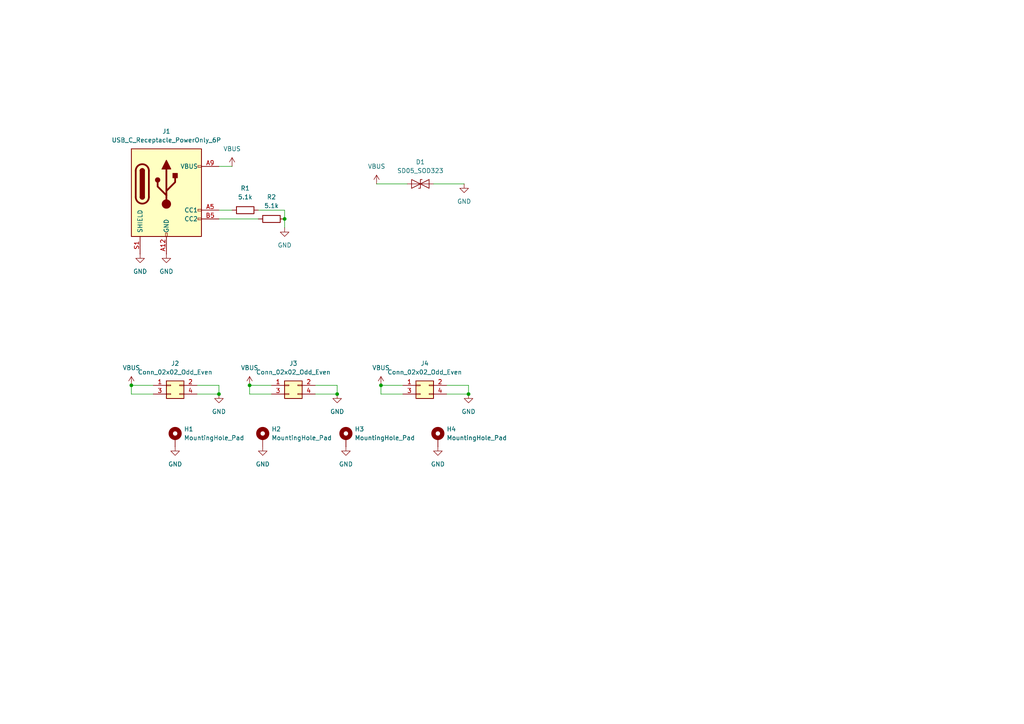
<source format=kicad_sch>
(kicad_sch
	(version 20231120)
	(generator "eeschema")
	(generator_version "8.0")
	(uuid "35eefc8d-56a9-4266-897a-3af3cf4ccecc")
	(paper "A4")
	(lib_symbols
		(symbol "Connector:USB_C_Receptacle_PowerOnly_6P"
			(pin_names
				(offset 1.016)
			)
			(exclude_from_sim no)
			(in_bom yes)
			(on_board yes)
			(property "Reference" "J"
				(at 0 16.51 0)
				(effects
					(font
						(size 1.27 1.27)
					)
					(justify bottom)
				)
			)
			(property "Value" "USB_C_Receptacle_PowerOnly_6P"
				(at 0 13.97 0)
				(effects
					(font
						(size 1.27 1.27)
					)
					(justify bottom)
				)
			)
			(property "Footprint" ""
				(at 3.81 2.54 0)
				(effects
					(font
						(size 1.27 1.27)
					)
					(hide yes)
				)
			)
			(property "Datasheet" "https://www.usb.org/sites/default/files/documents/usb_type-c.zip"
				(at 0 0 0)
				(effects
					(font
						(size 1.27 1.27)
					)
					(hide yes)
				)
			)
			(property "Description" "USB Power-Only 6P Type-C Receptacle connector"
				(at 0 0 0)
				(effects
					(font
						(size 1.27 1.27)
					)
					(hide yes)
				)
			)
			(property "ki_keywords" "usb universal serial bus type-C power-only charging-only 6P 6C"
				(at 0 0 0)
				(effects
					(font
						(size 1.27 1.27)
					)
					(hide yes)
				)
			)
			(property "ki_fp_filters" "USB*C*Receptacle*"
				(at 0 0 0)
				(effects
					(font
						(size 1.27 1.27)
					)
					(hide yes)
				)
			)
			(symbol "USB_C_Receptacle_PowerOnly_6P_0_0"
				(rectangle
					(start -0.254 -12.7)
					(end 0.254 -11.684)
					(stroke
						(width 0)
						(type default)
					)
					(fill
						(type none)
					)
				)
				(rectangle
					(start 10.16 -7.366)
					(end 9.144 -7.874)
					(stroke
						(width 0)
						(type default)
					)
					(fill
						(type none)
					)
				)
				(rectangle
					(start 10.16 -4.826)
					(end 9.144 -5.334)
					(stroke
						(width 0)
						(type default)
					)
					(fill
						(type none)
					)
				)
				(rectangle
					(start 10.16 7.874)
					(end 9.144 7.366)
					(stroke
						(width 0)
						(type default)
					)
					(fill
						(type none)
					)
				)
			)
			(symbol "USB_C_Receptacle_PowerOnly_6P_0_1"
				(rectangle
					(start -10.16 12.7)
					(end 10.16 -12.7)
					(stroke
						(width 0.254)
						(type default)
					)
					(fill
						(type background)
					)
				)
				(arc
					(start -8.89 -1.27)
					(mid -6.985 -3.1667)
					(end -5.08 -1.27)
					(stroke
						(width 0.508)
						(type default)
					)
					(fill
						(type none)
					)
				)
				(arc
					(start -7.62 -1.27)
					(mid -6.985 -1.9023)
					(end -6.35 -1.27)
					(stroke
						(width 0.254)
						(type default)
					)
					(fill
						(type none)
					)
				)
				(arc
					(start -7.62 -1.27)
					(mid -6.985 -1.9023)
					(end -6.35 -1.27)
					(stroke
						(width 0.254)
						(type default)
					)
					(fill
						(type outline)
					)
				)
				(rectangle
					(start -7.62 -1.27)
					(end -6.35 6.35)
					(stroke
						(width 0.254)
						(type default)
					)
					(fill
						(type outline)
					)
				)
				(arc
					(start -6.35 6.35)
					(mid -6.985 6.9823)
					(end -7.62 6.35)
					(stroke
						(width 0.254)
						(type default)
					)
					(fill
						(type none)
					)
				)
				(arc
					(start -6.35 6.35)
					(mid -6.985 6.9823)
					(end -7.62 6.35)
					(stroke
						(width 0.254)
						(type default)
					)
					(fill
						(type outline)
					)
				)
				(arc
					(start -5.08 6.35)
					(mid -6.985 8.2467)
					(end -8.89 6.35)
					(stroke
						(width 0.508)
						(type default)
					)
					(fill
						(type none)
					)
				)
				(circle
					(center -2.54 3.683)
					(radius 0.635)
					(stroke
						(width 0.254)
						(type default)
					)
					(fill
						(type outline)
					)
				)
				(circle
					(center 0 -3.302)
					(radius 1.27)
					(stroke
						(width 0)
						(type default)
					)
					(fill
						(type outline)
					)
				)
				(polyline
					(pts
						(xy -8.89 -1.27) (xy -8.89 6.35)
					)
					(stroke
						(width 0.508)
						(type default)
					)
					(fill
						(type none)
					)
				)
				(polyline
					(pts
						(xy -5.08 6.35) (xy -5.08 -1.27)
					)
					(stroke
						(width 0.508)
						(type default)
					)
					(fill
						(type none)
					)
				)
				(polyline
					(pts
						(xy 0 -3.302) (xy 0 6.858)
					)
					(stroke
						(width 0.508)
						(type default)
					)
					(fill
						(type none)
					)
				)
				(polyline
					(pts
						(xy 0 -0.762) (xy -2.54 1.778) (xy -2.54 3.048)
					)
					(stroke
						(width 0.508)
						(type default)
					)
					(fill
						(type none)
					)
				)
				(polyline
					(pts
						(xy 0 0.508) (xy 2.54 3.048) (xy 2.54 4.318)
					)
					(stroke
						(width 0.508)
						(type default)
					)
					(fill
						(type none)
					)
				)
				(polyline
					(pts
						(xy -1.27 6.858) (xy 0 9.398) (xy 1.27 6.858) (xy -1.27 6.858)
					)
					(stroke
						(width 0.254)
						(type default)
					)
					(fill
						(type outline)
					)
				)
				(rectangle
					(start 1.905 4.318)
					(end 3.175 5.588)
					(stroke
						(width 0.254)
						(type default)
					)
					(fill
						(type outline)
					)
				)
			)
			(symbol "USB_C_Receptacle_PowerOnly_6P_1_1"
				(pin passive line
					(at 0 -17.78 90)
					(length 5.08)
					(name "GND"
						(effects
							(font
								(size 1.27 1.27)
							)
						)
					)
					(number "A12"
						(effects
							(font
								(size 1.27 1.27)
							)
						)
					)
				)
				(pin bidirectional line
					(at 15.24 -5.08 180)
					(length 5.08)
					(name "CC1"
						(effects
							(font
								(size 1.27 1.27)
							)
						)
					)
					(number "A5"
						(effects
							(font
								(size 1.27 1.27)
							)
						)
					)
				)
				(pin passive line
					(at 15.24 7.62 180)
					(length 5.08)
					(name "VBUS"
						(effects
							(font
								(size 1.27 1.27)
							)
						)
					)
					(number "A9"
						(effects
							(font
								(size 1.27 1.27)
							)
						)
					)
				)
				(pin passive line
					(at 0 -17.78 90)
					(length 5.08) hide
					(name "GND"
						(effects
							(font
								(size 1.27 1.27)
							)
						)
					)
					(number "B12"
						(effects
							(font
								(size 1.27 1.27)
							)
						)
					)
				)
				(pin bidirectional line
					(at 15.24 -7.62 180)
					(length 5.08)
					(name "CC2"
						(effects
							(font
								(size 1.27 1.27)
							)
						)
					)
					(number "B5"
						(effects
							(font
								(size 1.27 1.27)
							)
						)
					)
				)
				(pin passive line
					(at 15.24 7.62 180)
					(length 5.08) hide
					(name "VBUS"
						(effects
							(font
								(size 1.27 1.27)
							)
						)
					)
					(number "B9"
						(effects
							(font
								(size 1.27 1.27)
							)
						)
					)
				)
				(pin passive line
					(at -7.62 -17.78 90)
					(length 5.08)
					(name "SHIELD"
						(effects
							(font
								(size 1.27 1.27)
							)
						)
					)
					(number "S1"
						(effects
							(font
								(size 1.27 1.27)
							)
						)
					)
				)
			)
		)
		(symbol "Connector_Generic:Conn_02x02_Odd_Even"
			(pin_names
				(offset 1.016) hide)
			(exclude_from_sim no)
			(in_bom yes)
			(on_board yes)
			(property "Reference" "J"
				(at 1.27 2.54 0)
				(effects
					(font
						(size 1.27 1.27)
					)
				)
			)
			(property "Value" "Conn_02x02_Odd_Even"
				(at 1.27 -5.08 0)
				(effects
					(font
						(size 1.27 1.27)
					)
				)
			)
			(property "Footprint" ""
				(at 0 0 0)
				(effects
					(font
						(size 1.27 1.27)
					)
					(hide yes)
				)
			)
			(property "Datasheet" "~"
				(at 0 0 0)
				(effects
					(font
						(size 1.27 1.27)
					)
					(hide yes)
				)
			)
			(property "Description" "Generic connector, double row, 02x02, odd/even pin numbering scheme (row 1 odd numbers, row 2 even numbers), script generated (kicad-library-utils/schlib/autogen/connector/)"
				(at 0 0 0)
				(effects
					(font
						(size 1.27 1.27)
					)
					(hide yes)
				)
			)
			(property "ki_keywords" "connector"
				(at 0 0 0)
				(effects
					(font
						(size 1.27 1.27)
					)
					(hide yes)
				)
			)
			(property "ki_fp_filters" "Connector*:*_2x??_*"
				(at 0 0 0)
				(effects
					(font
						(size 1.27 1.27)
					)
					(hide yes)
				)
			)
			(symbol "Conn_02x02_Odd_Even_1_1"
				(rectangle
					(start -1.27 -2.413)
					(end 0 -2.667)
					(stroke
						(width 0.1524)
						(type default)
					)
					(fill
						(type none)
					)
				)
				(rectangle
					(start -1.27 0.127)
					(end 0 -0.127)
					(stroke
						(width 0.1524)
						(type default)
					)
					(fill
						(type none)
					)
				)
				(rectangle
					(start -1.27 1.27)
					(end 3.81 -3.81)
					(stroke
						(width 0.254)
						(type default)
					)
					(fill
						(type background)
					)
				)
				(rectangle
					(start 3.81 -2.413)
					(end 2.54 -2.667)
					(stroke
						(width 0.1524)
						(type default)
					)
					(fill
						(type none)
					)
				)
				(rectangle
					(start 3.81 0.127)
					(end 2.54 -0.127)
					(stroke
						(width 0.1524)
						(type default)
					)
					(fill
						(type none)
					)
				)
				(pin passive line
					(at -5.08 0 0)
					(length 3.81)
					(name "Pin_1"
						(effects
							(font
								(size 1.27 1.27)
							)
						)
					)
					(number "1"
						(effects
							(font
								(size 1.27 1.27)
							)
						)
					)
				)
				(pin passive line
					(at 7.62 0 180)
					(length 3.81)
					(name "Pin_2"
						(effects
							(font
								(size 1.27 1.27)
							)
						)
					)
					(number "2"
						(effects
							(font
								(size 1.27 1.27)
							)
						)
					)
				)
				(pin passive line
					(at -5.08 -2.54 0)
					(length 3.81)
					(name "Pin_3"
						(effects
							(font
								(size 1.27 1.27)
							)
						)
					)
					(number "3"
						(effects
							(font
								(size 1.27 1.27)
							)
						)
					)
				)
				(pin passive line
					(at 7.62 -2.54 180)
					(length 3.81)
					(name "Pin_4"
						(effects
							(font
								(size 1.27 1.27)
							)
						)
					)
					(number "4"
						(effects
							(font
								(size 1.27 1.27)
							)
						)
					)
				)
			)
		)
		(symbol "Device:R"
			(pin_numbers hide)
			(pin_names
				(offset 0)
			)
			(exclude_from_sim no)
			(in_bom yes)
			(on_board yes)
			(property "Reference" "R"
				(at 2.032 0 90)
				(effects
					(font
						(size 1.27 1.27)
					)
				)
			)
			(property "Value" "R"
				(at 0 0 90)
				(effects
					(font
						(size 1.27 1.27)
					)
				)
			)
			(property "Footprint" ""
				(at -1.778 0 90)
				(effects
					(font
						(size 1.27 1.27)
					)
					(hide yes)
				)
			)
			(property "Datasheet" "~"
				(at 0 0 0)
				(effects
					(font
						(size 1.27 1.27)
					)
					(hide yes)
				)
			)
			(property "Description" "Resistor"
				(at 0 0 0)
				(effects
					(font
						(size 1.27 1.27)
					)
					(hide yes)
				)
			)
			(property "ki_keywords" "R res resistor"
				(at 0 0 0)
				(effects
					(font
						(size 1.27 1.27)
					)
					(hide yes)
				)
			)
			(property "ki_fp_filters" "R_*"
				(at 0 0 0)
				(effects
					(font
						(size 1.27 1.27)
					)
					(hide yes)
				)
			)
			(symbol "R_0_1"
				(rectangle
					(start -1.016 -2.54)
					(end 1.016 2.54)
					(stroke
						(width 0.254)
						(type default)
					)
					(fill
						(type none)
					)
				)
			)
			(symbol "R_1_1"
				(pin passive line
					(at 0 3.81 270)
					(length 1.27)
					(name "~"
						(effects
							(font
								(size 1.27 1.27)
							)
						)
					)
					(number "1"
						(effects
							(font
								(size 1.27 1.27)
							)
						)
					)
				)
				(pin passive line
					(at 0 -3.81 90)
					(length 1.27)
					(name "~"
						(effects
							(font
								(size 1.27 1.27)
							)
						)
					)
					(number "2"
						(effects
							(font
								(size 1.27 1.27)
							)
						)
					)
				)
			)
		)
		(symbol "Diode:SD05_SOD323"
			(pin_numbers hide)
			(pin_names
				(offset 1.016) hide)
			(exclude_from_sim no)
			(in_bom yes)
			(on_board yes)
			(property "Reference" "D"
				(at 0 2.54 0)
				(effects
					(font
						(size 1.27 1.27)
					)
				)
			)
			(property "Value" "SD05_SOD323"
				(at 0 -2.54 0)
				(effects
					(font
						(size 1.27 1.27)
					)
				)
			)
			(property "Footprint" "Diode_SMD:D_SOD-323"
				(at 0 -5.08 0)
				(effects
					(font
						(size 1.27 1.27)
					)
					(hide yes)
				)
			)
			(property "Datasheet" "https://www.littelfuse.com/~/media/electronics/datasheets/tvs_diode_arrays/littelfuse_tvs_diode_array_sd_c_datasheet.pdf.pdf"
				(at 0 0 0)
				(effects
					(font
						(size 1.27 1.27)
					)
					(hide yes)
				)
			)
			(property "Description" "5V, 450W Discrete Bidirectional TVS Diode, SOD-323"
				(at 0 0 0)
				(effects
					(font
						(size 1.27 1.27)
					)
					(hide yes)
				)
			)
			(property "ki_keywords" "transient voltage suppressor thyrector transil"
				(at 0 0 0)
				(effects
					(font
						(size 1.27 1.27)
					)
					(hide yes)
				)
			)
			(property "ki_fp_filters" "D?SOD?323*"
				(at 0 0 0)
				(effects
					(font
						(size 1.27 1.27)
					)
					(hide yes)
				)
			)
			(symbol "SD05_SOD323_0_1"
				(polyline
					(pts
						(xy 1.27 0) (xy -1.27 0)
					)
					(stroke
						(width 0)
						(type default)
					)
					(fill
						(type none)
					)
				)
				(polyline
					(pts
						(xy -2.54 -1.27) (xy 0 0) (xy -2.54 1.27) (xy -2.54 -1.27)
					)
					(stroke
						(width 0.2032)
						(type default)
					)
					(fill
						(type none)
					)
				)
				(polyline
					(pts
						(xy 0.508 1.27) (xy 0 1.27) (xy 0 -1.27) (xy -0.508 -1.27)
					)
					(stroke
						(width 0.2032)
						(type default)
					)
					(fill
						(type none)
					)
				)
				(polyline
					(pts
						(xy 2.54 1.27) (xy 2.54 -1.27) (xy 0 0) (xy 2.54 1.27)
					)
					(stroke
						(width 0.2032)
						(type default)
					)
					(fill
						(type none)
					)
				)
			)
			(symbol "SD05_SOD323_1_1"
				(pin passive line
					(at -3.81 0 0)
					(length 2.54)
					(name "A1"
						(effects
							(font
								(size 1.27 1.27)
							)
						)
					)
					(number "1"
						(effects
							(font
								(size 1.27 1.27)
							)
						)
					)
				)
				(pin passive line
					(at 3.81 0 180)
					(length 2.54)
					(name "A2"
						(effects
							(font
								(size 1.27 1.27)
							)
						)
					)
					(number "2"
						(effects
							(font
								(size 1.27 1.27)
							)
						)
					)
				)
			)
		)
		(symbol "Mechanical:MountingHole_Pad"
			(pin_numbers hide)
			(pin_names
				(offset 1.016) hide)
			(exclude_from_sim yes)
			(in_bom no)
			(on_board yes)
			(property "Reference" "H"
				(at 0 6.35 0)
				(effects
					(font
						(size 1.27 1.27)
					)
				)
			)
			(property "Value" "MountingHole_Pad"
				(at 0 4.445 0)
				(effects
					(font
						(size 1.27 1.27)
					)
				)
			)
			(property "Footprint" ""
				(at 0 0 0)
				(effects
					(font
						(size 1.27 1.27)
					)
					(hide yes)
				)
			)
			(property "Datasheet" "~"
				(at 0 0 0)
				(effects
					(font
						(size 1.27 1.27)
					)
					(hide yes)
				)
			)
			(property "Description" "Mounting Hole with connection"
				(at 0 0 0)
				(effects
					(font
						(size 1.27 1.27)
					)
					(hide yes)
				)
			)
			(property "ki_keywords" "mounting hole"
				(at 0 0 0)
				(effects
					(font
						(size 1.27 1.27)
					)
					(hide yes)
				)
			)
			(property "ki_fp_filters" "MountingHole*Pad*"
				(at 0 0 0)
				(effects
					(font
						(size 1.27 1.27)
					)
					(hide yes)
				)
			)
			(symbol "MountingHole_Pad_0_1"
				(circle
					(center 0 1.27)
					(radius 1.27)
					(stroke
						(width 1.27)
						(type default)
					)
					(fill
						(type none)
					)
				)
			)
			(symbol "MountingHole_Pad_1_1"
				(pin input line
					(at 0 -2.54 90)
					(length 2.54)
					(name "1"
						(effects
							(font
								(size 1.27 1.27)
							)
						)
					)
					(number "1"
						(effects
							(font
								(size 1.27 1.27)
							)
						)
					)
				)
			)
		)
		(symbol "power:GND"
			(power)
			(pin_numbers hide)
			(pin_names
				(offset 0) hide)
			(exclude_from_sim no)
			(in_bom yes)
			(on_board yes)
			(property "Reference" "#PWR"
				(at 0 -6.35 0)
				(effects
					(font
						(size 1.27 1.27)
					)
					(hide yes)
				)
			)
			(property "Value" "GND"
				(at 0 -3.81 0)
				(effects
					(font
						(size 1.27 1.27)
					)
				)
			)
			(property "Footprint" ""
				(at 0 0 0)
				(effects
					(font
						(size 1.27 1.27)
					)
					(hide yes)
				)
			)
			(property "Datasheet" ""
				(at 0 0 0)
				(effects
					(font
						(size 1.27 1.27)
					)
					(hide yes)
				)
			)
			(property "Description" "Power symbol creates a global label with name \"GND\" , ground"
				(at 0 0 0)
				(effects
					(font
						(size 1.27 1.27)
					)
					(hide yes)
				)
			)
			(property "ki_keywords" "global power"
				(at 0 0 0)
				(effects
					(font
						(size 1.27 1.27)
					)
					(hide yes)
				)
			)
			(symbol "GND_0_1"
				(polyline
					(pts
						(xy 0 0) (xy 0 -1.27) (xy 1.27 -1.27) (xy 0 -2.54) (xy -1.27 -1.27) (xy 0 -1.27)
					)
					(stroke
						(width 0)
						(type default)
					)
					(fill
						(type none)
					)
				)
			)
			(symbol "GND_1_1"
				(pin power_in line
					(at 0 0 270)
					(length 0)
					(name "~"
						(effects
							(font
								(size 1.27 1.27)
							)
						)
					)
					(number "1"
						(effects
							(font
								(size 1.27 1.27)
							)
						)
					)
				)
			)
		)
		(symbol "power:VBUS"
			(power)
			(pin_numbers hide)
			(pin_names
				(offset 0) hide)
			(exclude_from_sim no)
			(in_bom yes)
			(on_board yes)
			(property "Reference" "#PWR"
				(at 0 -3.81 0)
				(effects
					(font
						(size 1.27 1.27)
					)
					(hide yes)
				)
			)
			(property "Value" "VBUS"
				(at 0 3.556 0)
				(effects
					(font
						(size 1.27 1.27)
					)
				)
			)
			(property "Footprint" ""
				(at 0 0 0)
				(effects
					(font
						(size 1.27 1.27)
					)
					(hide yes)
				)
			)
			(property "Datasheet" ""
				(at 0 0 0)
				(effects
					(font
						(size 1.27 1.27)
					)
					(hide yes)
				)
			)
			(property "Description" "Power symbol creates a global label with name \"VBUS\""
				(at 0 0 0)
				(effects
					(font
						(size 1.27 1.27)
					)
					(hide yes)
				)
			)
			(property "ki_keywords" "global power"
				(at 0 0 0)
				(effects
					(font
						(size 1.27 1.27)
					)
					(hide yes)
				)
			)
			(symbol "VBUS_0_1"
				(polyline
					(pts
						(xy -0.762 1.27) (xy 0 2.54)
					)
					(stroke
						(width 0)
						(type default)
					)
					(fill
						(type none)
					)
				)
				(polyline
					(pts
						(xy 0 0) (xy 0 2.54)
					)
					(stroke
						(width 0)
						(type default)
					)
					(fill
						(type none)
					)
				)
				(polyline
					(pts
						(xy 0 2.54) (xy 0.762 1.27)
					)
					(stroke
						(width 0)
						(type default)
					)
					(fill
						(type none)
					)
				)
			)
			(symbol "VBUS_1_1"
				(pin power_in line
					(at 0 0 90)
					(length 0)
					(name "~"
						(effects
							(font
								(size 1.27 1.27)
							)
						)
					)
					(number "1"
						(effects
							(font
								(size 1.27 1.27)
							)
						)
					)
				)
			)
		)
	)
	(junction
		(at 97.79 114.3)
		(diameter 0)
		(color 0 0 0 0)
		(uuid "15ac7945-dc09-42b0-a719-463bd1c6c7bc")
	)
	(junction
		(at 135.89 114.3)
		(diameter 0)
		(color 0 0 0 0)
		(uuid "1e702a73-fa47-4cd1-b8e3-1938b9d11f76")
	)
	(junction
		(at 72.39 111.76)
		(diameter 0)
		(color 0 0 0 0)
		(uuid "8884463d-03d0-4761-9278-a7fe727b020d")
	)
	(junction
		(at 110.49 111.76)
		(diameter 0)
		(color 0 0 0 0)
		(uuid "ccda7b5e-609f-44f8-a58b-7050edeb51a0")
	)
	(junction
		(at 63.5 114.3)
		(diameter 0)
		(color 0 0 0 0)
		(uuid "d5e02b02-b796-4dc1-b362-5f1db6d249d4")
	)
	(junction
		(at 38.1 111.76)
		(diameter 0)
		(color 0 0 0 0)
		(uuid "e4d3e165-25b1-4fe9-bd51-e2c1ae124ab5")
	)
	(junction
		(at 82.55 63.5)
		(diameter 0)
		(color 0 0 0 0)
		(uuid "eb876b82-2788-4a09-aeb9-a2387291694f")
	)
	(wire
		(pts
			(xy 72.39 114.3) (xy 72.39 111.76)
		)
		(stroke
			(width 0)
			(type default)
		)
		(uuid "06686267-8676-4209-b6ae-9723eaa669b1")
	)
	(wire
		(pts
			(xy 72.39 111.76) (xy 78.74 111.76)
		)
		(stroke
			(width 0)
			(type default)
		)
		(uuid "1babc051-a62c-4ab2-af9d-2c619ce14fb4")
	)
	(wire
		(pts
			(xy 116.84 114.3) (xy 110.49 114.3)
		)
		(stroke
			(width 0)
			(type default)
		)
		(uuid "20e6de51-2b21-4e2d-a257-3f310e58d1b8")
	)
	(wire
		(pts
			(xy 38.1 111.76) (xy 44.45 111.76)
		)
		(stroke
			(width 0)
			(type default)
		)
		(uuid "248499cf-d677-4f31-a222-34ee729d2538")
	)
	(wire
		(pts
			(xy 74.93 60.96) (xy 82.55 60.96)
		)
		(stroke
			(width 0)
			(type default)
		)
		(uuid "32756fa3-ea45-4f88-a59a-dc07b75cd1a6")
	)
	(wire
		(pts
			(xy 38.1 114.3) (xy 38.1 111.76)
		)
		(stroke
			(width 0)
			(type default)
		)
		(uuid "41e551d6-614e-483a-b5b0-d05cdc676cc4")
	)
	(wire
		(pts
			(xy 82.55 63.5) (xy 82.55 66.04)
		)
		(stroke
			(width 0)
			(type default)
		)
		(uuid "489c6daf-f452-4811-b25d-7ead668f7a14")
	)
	(wire
		(pts
			(xy 125.73 53.34) (xy 134.62 53.34)
		)
		(stroke
			(width 0)
			(type default)
		)
		(uuid "4fde98af-bcd2-4315-b611-6c616084e620")
	)
	(wire
		(pts
			(xy 57.15 111.76) (xy 63.5 111.76)
		)
		(stroke
			(width 0)
			(type default)
		)
		(uuid "5d6eb3ee-3fc6-4300-8b78-8782012ea16e")
	)
	(wire
		(pts
			(xy 109.22 53.34) (xy 118.11 53.34)
		)
		(stroke
			(width 0)
			(type default)
		)
		(uuid "8f6d2918-fb7d-40ab-b6e8-f71f71cdd50d")
	)
	(wire
		(pts
			(xy 78.74 114.3) (xy 72.39 114.3)
		)
		(stroke
			(width 0)
			(type default)
		)
		(uuid "9022ed5d-3cc6-409d-b83a-b60b09b8cb1c")
	)
	(wire
		(pts
			(xy 110.49 114.3) (xy 110.49 111.76)
		)
		(stroke
			(width 0)
			(type default)
		)
		(uuid "955c503e-b77a-4ffe-8bf2-fa541bd654cc")
	)
	(wire
		(pts
			(xy 44.45 114.3) (xy 38.1 114.3)
		)
		(stroke
			(width 0)
			(type default)
		)
		(uuid "9b1d4017-0453-4d67-a7a5-6b13735801ab")
	)
	(wire
		(pts
			(xy 63.5 111.76) (xy 63.5 114.3)
		)
		(stroke
			(width 0)
			(type default)
		)
		(uuid "9dab21c3-2b7a-476a-ade2-a486db487d4d")
	)
	(wire
		(pts
			(xy 135.89 111.76) (xy 135.89 114.3)
		)
		(stroke
			(width 0)
			(type default)
		)
		(uuid "a0055640-346b-45a8-94dd-c95e7c878f41")
	)
	(wire
		(pts
			(xy 97.79 111.76) (xy 97.79 114.3)
		)
		(stroke
			(width 0)
			(type default)
		)
		(uuid "a153ee11-7679-4f15-8b0f-cb7788217577")
	)
	(wire
		(pts
			(xy 63.5 60.96) (xy 67.31 60.96)
		)
		(stroke
			(width 0)
			(type default)
		)
		(uuid "a27cd194-e1d9-4c4b-95ac-eb6cb7811f90")
	)
	(wire
		(pts
			(xy 63.5 48.26) (xy 67.31 48.26)
		)
		(stroke
			(width 0)
			(type default)
		)
		(uuid "b6367226-36be-4009-9006-17bd9ac112aa")
	)
	(wire
		(pts
			(xy 110.49 111.76) (xy 116.84 111.76)
		)
		(stroke
			(width 0)
			(type default)
		)
		(uuid "ba370044-1daa-4b5e-b60c-4f65fcd0b9b3")
	)
	(wire
		(pts
			(xy 82.55 63.5) (xy 82.55 60.96)
		)
		(stroke
			(width 0)
			(type default)
		)
		(uuid "bfdba37c-e673-4360-a2fe-18d58e4496ea")
	)
	(wire
		(pts
			(xy 63.5 63.5) (xy 74.93 63.5)
		)
		(stroke
			(width 0)
			(type default)
		)
		(uuid "c7d4fb71-36ea-4cbc-a8b3-c3ae6676b3e7")
	)
	(wire
		(pts
			(xy 129.54 114.3) (xy 135.89 114.3)
		)
		(stroke
			(width 0)
			(type default)
		)
		(uuid "d19a38e9-9670-4525-b0cd-bcf3a065fb5d")
	)
	(wire
		(pts
			(xy 57.15 114.3) (xy 63.5 114.3)
		)
		(stroke
			(width 0)
			(type default)
		)
		(uuid "d4a23f8f-867f-4c98-8c2c-d521ddb88ce5")
	)
	(wire
		(pts
			(xy 91.44 114.3) (xy 97.79 114.3)
		)
		(stroke
			(width 0)
			(type default)
		)
		(uuid "eac2011b-db62-428b-8eb9-9b3a6e304420")
	)
	(wire
		(pts
			(xy 129.54 111.76) (xy 135.89 111.76)
		)
		(stroke
			(width 0)
			(type default)
		)
		(uuid "ed76acbe-200b-4dea-a84e-0fb410d1091c")
	)
	(wire
		(pts
			(xy 91.44 111.76) (xy 97.79 111.76)
		)
		(stroke
			(width 0)
			(type default)
		)
		(uuid "f9849791-32df-4e2c-8f0b-6ed8b4d81852")
	)
	(symbol
		(lib_id "power:GND")
		(at 135.89 114.3 0)
		(unit 1)
		(exclude_from_sim no)
		(in_bom yes)
		(on_board yes)
		(dnp no)
		(fields_autoplaced yes)
		(uuid "0ec91059-9e26-40ab-b0c4-c949c4087388")
		(property "Reference" "#PWR012"
			(at 135.89 120.65 0)
			(effects
				(font
					(size 1.27 1.27)
				)
				(hide yes)
			)
		)
		(property "Value" "GND"
			(at 135.89 119.38 0)
			(effects
				(font
					(size 1.27 1.27)
				)
			)
		)
		(property "Footprint" ""
			(at 135.89 114.3 0)
			(effects
				(font
					(size 1.27 1.27)
				)
				(hide yes)
			)
		)
		(property "Datasheet" ""
			(at 135.89 114.3 0)
			(effects
				(font
					(size 1.27 1.27)
				)
				(hide yes)
			)
		)
		(property "Description" "Power symbol creates a global label with name \"GND\" , ground"
			(at 135.89 114.3 0)
			(effects
				(font
					(size 1.27 1.27)
				)
				(hide yes)
			)
		)
		(pin "1"
			(uuid "d2bc8b5c-ea51-40d9-ad2d-fd5cdd8521b8")
		)
		(instances
			(project "naredock-b1-base"
				(path "/35eefc8d-56a9-4266-897a-3af3cf4ccecc"
					(reference "#PWR012")
					(unit 1)
				)
			)
		)
	)
	(symbol
		(lib_id "power:GND")
		(at 76.2 129.54 0)
		(unit 1)
		(exclude_from_sim no)
		(in_bom yes)
		(on_board yes)
		(dnp no)
		(fields_autoplaced yes)
		(uuid "0f01d619-33a5-4421-abd6-462a63484bd0")
		(property "Reference" "#PWR014"
			(at 76.2 135.89 0)
			(effects
				(font
					(size 1.27 1.27)
				)
				(hide yes)
			)
		)
		(property "Value" "GND"
			(at 76.2 134.62 0)
			(effects
				(font
					(size 1.27 1.27)
				)
			)
		)
		(property "Footprint" ""
			(at 76.2 129.54 0)
			(effects
				(font
					(size 1.27 1.27)
				)
				(hide yes)
			)
		)
		(property "Datasheet" ""
			(at 76.2 129.54 0)
			(effects
				(font
					(size 1.27 1.27)
				)
				(hide yes)
			)
		)
		(property "Description" "Power symbol creates a global label with name \"GND\" , ground"
			(at 76.2 129.54 0)
			(effects
				(font
					(size 1.27 1.27)
				)
				(hide yes)
			)
		)
		(pin "1"
			(uuid "24aa0373-bed6-485f-a3b8-0f4c03699b12")
		)
		(instances
			(project "naredock-b1-base"
				(path "/35eefc8d-56a9-4266-897a-3af3cf4ccecc"
					(reference "#PWR014")
					(unit 1)
				)
			)
		)
	)
	(symbol
		(lib_id "power:GND")
		(at 63.5 114.3 0)
		(unit 1)
		(exclude_from_sim no)
		(in_bom yes)
		(on_board yes)
		(dnp no)
		(fields_autoplaced yes)
		(uuid "194a838c-3de4-4ccd-ace9-270dff4d6d7b")
		(property "Reference" "#PWR08"
			(at 63.5 120.65 0)
			(effects
				(font
					(size 1.27 1.27)
				)
				(hide yes)
			)
		)
		(property "Value" "GND"
			(at 63.5 119.38 0)
			(effects
				(font
					(size 1.27 1.27)
				)
			)
		)
		(property "Footprint" ""
			(at 63.5 114.3 0)
			(effects
				(font
					(size 1.27 1.27)
				)
				(hide yes)
			)
		)
		(property "Datasheet" ""
			(at 63.5 114.3 0)
			(effects
				(font
					(size 1.27 1.27)
				)
				(hide yes)
			)
		)
		(property "Description" "Power symbol creates a global label with name \"GND\" , ground"
			(at 63.5 114.3 0)
			(effects
				(font
					(size 1.27 1.27)
				)
				(hide yes)
			)
		)
		(pin "1"
			(uuid "3c6a0710-87e2-44c2-b25e-936e1257e3b8")
		)
		(instances
			(project "naredock-b1-base"
				(path "/35eefc8d-56a9-4266-897a-3af3cf4ccecc"
					(reference "#PWR08")
					(unit 1)
				)
			)
		)
	)
	(symbol
		(lib_id "Diode:SD05_SOD323")
		(at 121.92 53.34 0)
		(unit 1)
		(exclude_from_sim no)
		(in_bom yes)
		(on_board yes)
		(dnp no)
		(fields_autoplaced yes)
		(uuid "2a47b39e-9b8d-4585-891e-ebbe8a460c7c")
		(property "Reference" "D1"
			(at 121.92 46.99 0)
			(effects
				(font
					(size 1.27 1.27)
				)
			)
		)
		(property "Value" "SD05_SOD323"
			(at 121.92 49.53 0)
			(effects
				(font
					(size 1.27 1.27)
				)
			)
		)
		(property "Footprint" "Diode_SMD:D_SOD-323"
			(at 121.92 58.42 0)
			(effects
				(font
					(size 1.27 1.27)
				)
				(hide yes)
			)
		)
		(property "Datasheet" "https://www.littelfuse.com/~/media/electronics/datasheets/tvs_diode_arrays/littelfuse_tvs_diode_array_sd_c_datasheet.pdf.pdf"
			(at 121.92 53.34 0)
			(effects
				(font
					(size 1.27 1.27)
				)
				(hide yes)
			)
		)
		(property "Description" "5V, 450W Discrete Bidirectional TVS Diode, SOD-323"
			(at 121.92 53.34 0)
			(effects
				(font
					(size 1.27 1.27)
				)
				(hide yes)
			)
		)
		(pin "2"
			(uuid "8c173043-1240-4bd5-b3ec-714f3aeb85fe")
		)
		(pin "1"
			(uuid "05ece33d-965a-4948-b98a-173a98ad60e7")
		)
		(instances
			(project "naredock-b1-base"
				(path "/35eefc8d-56a9-4266-897a-3af3cf4ccecc"
					(reference "D1")
					(unit 1)
				)
			)
		)
	)
	(symbol
		(lib_id "Connector:USB_C_Receptacle_PowerOnly_6P")
		(at 48.26 55.88 0)
		(unit 1)
		(exclude_from_sim no)
		(in_bom yes)
		(on_board yes)
		(dnp no)
		(fields_autoplaced yes)
		(uuid "328b95c9-c304-4196-b593-f3f0d11d9024")
		(property "Reference" "J1"
			(at 48.26 38.1 0)
			(effects
				(font
					(size 1.27 1.27)
				)
			)
		)
		(property "Value" "USB_C_Receptacle_PowerOnly_6P"
			(at 48.26 40.64 0)
			(effects
				(font
					(size 1.27 1.27)
				)
			)
		)
		(property "Footprint" "Connector_USB:USB_C_Receptacle_GCT_USB4125-xx-x-0190_6P_TopMnt_Horizontal"
			(at 52.07 53.34 0)
			(effects
				(font
					(size 1.27 1.27)
				)
				(hide yes)
			)
		)
		(property "Datasheet" "https://www.usb.org/sites/default/files/documents/usb_type-c.zip"
			(at 48.26 55.88 0)
			(effects
				(font
					(size 1.27 1.27)
				)
				(hide yes)
			)
		)
		(property "Description" "USB Power-Only 6P Type-C Receptacle connector"
			(at 48.26 55.88 0)
			(effects
				(font
					(size 1.27 1.27)
				)
				(hide yes)
			)
		)
		(pin "A5"
			(uuid "393c4e95-335e-4e31-a9ae-295b3f0d77ea")
		)
		(pin "B5"
			(uuid "bfbc0506-c981-481d-9d6e-6c61776b2ae2")
		)
		(pin "A9"
			(uuid "30072560-fc9b-4e52-a5b2-be23ba8aeb28")
		)
		(pin "S1"
			(uuid "ba66e062-89c1-4cd3-af57-066e7a8a7265")
		)
		(pin "B12"
			(uuid "70c3dcf2-ef4e-4c4b-889f-177825ba2b39")
		)
		(pin "B9"
			(uuid "6d1466b8-e5f0-42f1-b785-6e84e71fe5c1")
		)
		(pin "A12"
			(uuid "08462bc7-1be8-49a4-8a46-3a55a322701a")
		)
		(instances
			(project "naredock-b1-base"
				(path "/35eefc8d-56a9-4266-897a-3af3cf4ccecc"
					(reference "J1")
					(unit 1)
				)
			)
		)
	)
	(symbol
		(lib_id "power:VBUS")
		(at 110.49 111.76 0)
		(unit 1)
		(exclude_from_sim no)
		(in_bom yes)
		(on_board yes)
		(dnp no)
		(fields_autoplaced yes)
		(uuid "3297f8c8-8e84-485f-8469-e6ac6068f8fa")
		(property "Reference" "#PWR011"
			(at 110.49 115.57 0)
			(effects
				(font
					(size 1.27 1.27)
				)
				(hide yes)
			)
		)
		(property "Value" "VBUS"
			(at 110.49 106.68 0)
			(effects
				(font
					(size 1.27 1.27)
				)
			)
		)
		(property "Footprint" ""
			(at 110.49 111.76 0)
			(effects
				(font
					(size 1.27 1.27)
				)
				(hide yes)
			)
		)
		(property "Datasheet" ""
			(at 110.49 111.76 0)
			(effects
				(font
					(size 1.27 1.27)
				)
				(hide yes)
			)
		)
		(property "Description" "Power symbol creates a global label with name \"VBUS\""
			(at 110.49 111.76 0)
			(effects
				(font
					(size 1.27 1.27)
				)
				(hide yes)
			)
		)
		(pin "1"
			(uuid "a22ad7cf-301c-4fcb-9051-a4058b5aa15c")
		)
		(instances
			(project "naredock-b1-base"
				(path "/35eefc8d-56a9-4266-897a-3af3cf4ccecc"
					(reference "#PWR011")
					(unit 1)
				)
			)
		)
	)
	(symbol
		(lib_id "power:GND")
		(at 40.64 73.66 0)
		(unit 1)
		(exclude_from_sim no)
		(in_bom yes)
		(on_board yes)
		(dnp no)
		(fields_autoplaced yes)
		(uuid "32e8caec-f177-42c7-acb7-6d35efcbd15c")
		(property "Reference" "#PWR03"
			(at 40.64 80.01 0)
			(effects
				(font
					(size 1.27 1.27)
				)
				(hide yes)
			)
		)
		(property "Value" "GND"
			(at 40.64 78.74 0)
			(effects
				(font
					(size 1.27 1.27)
				)
			)
		)
		(property "Footprint" ""
			(at 40.64 73.66 0)
			(effects
				(font
					(size 1.27 1.27)
				)
				(hide yes)
			)
		)
		(property "Datasheet" ""
			(at 40.64 73.66 0)
			(effects
				(font
					(size 1.27 1.27)
				)
				(hide yes)
			)
		)
		(property "Description" "Power symbol creates a global label with name \"GND\" , ground"
			(at 40.64 73.66 0)
			(effects
				(font
					(size 1.27 1.27)
				)
				(hide yes)
			)
		)
		(pin "1"
			(uuid "e5cd1911-4083-4a3f-a616-84e160ad76b6")
		)
		(instances
			(project "naredock-b1-base"
				(path "/35eefc8d-56a9-4266-897a-3af3cf4ccecc"
					(reference "#PWR03")
					(unit 1)
				)
			)
		)
	)
	(symbol
		(lib_id "Mechanical:MountingHole_Pad")
		(at 50.8 127 0)
		(unit 1)
		(exclude_from_sim yes)
		(in_bom no)
		(on_board yes)
		(dnp no)
		(fields_autoplaced yes)
		(uuid "37529179-1f77-4fb7-941e-d821c6b01838")
		(property "Reference" "H1"
			(at 53.34 124.4599 0)
			(effects
				(font
					(size 1.27 1.27)
				)
				(justify left)
			)
		)
		(property "Value" "MountingHole_Pad"
			(at 53.34 126.9999 0)
			(effects
				(font
					(size 1.27 1.27)
				)
				(justify left)
			)
		)
		(property "Footprint" "MountingHole:MountingHole_3.2mm_M3_DIN965_Pad"
			(at 50.8 127 0)
			(effects
				(font
					(size 1.27 1.27)
				)
				(hide yes)
			)
		)
		(property "Datasheet" "~"
			(at 50.8 127 0)
			(effects
				(font
					(size 1.27 1.27)
				)
				(hide yes)
			)
		)
		(property "Description" "Mounting Hole with connection"
			(at 50.8 127 0)
			(effects
				(font
					(size 1.27 1.27)
				)
				(hide yes)
			)
		)
		(pin "1"
			(uuid "ed86d05e-781a-4190-bc8a-69242b0c9695")
		)
		(instances
			(project "naredock-b1-base"
				(path "/35eefc8d-56a9-4266-897a-3af3cf4ccecc"
					(reference "H1")
					(unit 1)
				)
			)
		)
	)
	(symbol
		(lib_id "Mechanical:MountingHole_Pad")
		(at 76.2 127 0)
		(unit 1)
		(exclude_from_sim yes)
		(in_bom no)
		(on_board yes)
		(dnp no)
		(fields_autoplaced yes)
		(uuid "515ea07a-e6bf-4cd4-8de7-1093f892f6dd")
		(property "Reference" "H2"
			(at 78.74 124.4599 0)
			(effects
				(font
					(size 1.27 1.27)
				)
				(justify left)
			)
		)
		(property "Value" "MountingHole_Pad"
			(at 78.74 126.9999 0)
			(effects
				(font
					(size 1.27 1.27)
				)
				(justify left)
			)
		)
		(property "Footprint" "MountingHole:MountingHole_3.2mm_M3_DIN965_Pad"
			(at 76.2 127 0)
			(effects
				(font
					(size 1.27 1.27)
				)
				(hide yes)
			)
		)
		(property "Datasheet" "~"
			(at 76.2 127 0)
			(effects
				(font
					(size 1.27 1.27)
				)
				(hide yes)
			)
		)
		(property "Description" "Mounting Hole with connection"
			(at 76.2 127 0)
			(effects
				(font
					(size 1.27 1.27)
				)
				(hide yes)
			)
		)
		(pin "1"
			(uuid "55ab9117-5a1b-4501-94f5-c8ac04a1fa8d")
		)
		(instances
			(project "naredock-b1-base"
				(path "/35eefc8d-56a9-4266-897a-3af3cf4ccecc"
					(reference "H2")
					(unit 1)
				)
			)
		)
	)
	(symbol
		(lib_id "Connector_Generic:Conn_02x02_Odd_Even")
		(at 121.92 111.76 0)
		(unit 1)
		(exclude_from_sim no)
		(in_bom no)
		(on_board yes)
		(dnp no)
		(fields_autoplaced yes)
		(uuid "571057bd-e85c-462d-919d-8d212c43a257")
		(property "Reference" "J4"
			(at 123.19 105.41 0)
			(effects
				(font
					(size 1.27 1.27)
				)
			)
		)
		(property "Value" "Conn_02x02_Odd_Even"
			(at 123.19 107.95 0)
			(effects
				(font
					(size 1.27 1.27)
				)
			)
		)
		(property "Footprint" "Connector_PinSocket_2.54mm:PinSocket_2x02_P2.54mm_Vertical"
			(at 121.92 111.76 0)
			(effects
				(font
					(size 1.27 1.27)
				)
				(hide yes)
			)
		)
		(property "Datasheet" "~"
			(at 121.92 111.76 0)
			(effects
				(font
					(size 1.27 1.27)
				)
				(hide yes)
			)
		)
		(property "Description" "Generic connector, double row, 02x02, odd/even pin numbering scheme (row 1 odd numbers, row 2 even numbers), script generated (kicad-library-utils/schlib/autogen/connector/)"
			(at 121.92 111.76 0)
			(effects
				(font
					(size 1.27 1.27)
				)
				(hide yes)
			)
		)
		(pin "4"
			(uuid "795eebcd-b358-4f6a-b7f4-a80799664f87")
		)
		(pin "3"
			(uuid "1080c55a-6866-430f-b275-b883f186f4b6")
		)
		(pin "2"
			(uuid "f51203ba-75e2-481a-8f5a-45e58c7ae27b")
		)
		(pin "1"
			(uuid "58300535-7581-49d5-b0e8-be5b649df68f")
		)
		(instances
			(project "naredock-b1-base"
				(path "/35eefc8d-56a9-4266-897a-3af3cf4ccecc"
					(reference "J4")
					(unit 1)
				)
			)
		)
	)
	(symbol
		(lib_id "Device:R")
		(at 71.12 60.96 90)
		(unit 1)
		(exclude_from_sim no)
		(in_bom yes)
		(on_board yes)
		(dnp no)
		(fields_autoplaced yes)
		(uuid "5c69057e-9955-4c5a-a636-a3eee0a361b4")
		(property "Reference" "R1"
			(at 71.12 54.61 90)
			(effects
				(font
					(size 1.27 1.27)
				)
			)
		)
		(property "Value" "5.1k"
			(at 71.12 57.15 90)
			(effects
				(font
					(size 1.27 1.27)
				)
			)
		)
		(property "Footprint" "Resistor_SMD:R_0402_1005Metric"
			(at 71.12 62.738 90)
			(effects
				(font
					(size 1.27 1.27)
				)
				(hide yes)
			)
		)
		(property "Datasheet" "~"
			(at 71.12 60.96 0)
			(effects
				(font
					(size 1.27 1.27)
				)
				(hide yes)
			)
		)
		(property "Description" "Resistor"
			(at 71.12 60.96 0)
			(effects
				(font
					(size 1.27 1.27)
				)
				(hide yes)
			)
		)
		(pin "1"
			(uuid "e963f333-8134-4c9a-b8e3-7e6938ef7c42")
		)
		(pin "2"
			(uuid "d9ef4fb9-2696-4cd9-a2c2-ebd3a17958f3")
		)
		(instances
			(project "naredock-b1-base"
				(path "/35eefc8d-56a9-4266-897a-3af3cf4ccecc"
					(reference "R1")
					(unit 1)
				)
			)
		)
	)
	(symbol
		(lib_id "Mechanical:MountingHole_Pad")
		(at 127 127 0)
		(unit 1)
		(exclude_from_sim yes)
		(in_bom no)
		(on_board yes)
		(dnp no)
		(fields_autoplaced yes)
		(uuid "5dfc9686-9089-44e9-b5e6-2f87ef2c60b4")
		(property "Reference" "H4"
			(at 129.54 124.4599 0)
			(effects
				(font
					(size 1.27 1.27)
				)
				(justify left)
			)
		)
		(property "Value" "MountingHole_Pad"
			(at 129.54 126.9999 0)
			(effects
				(font
					(size 1.27 1.27)
				)
				(justify left)
			)
		)
		(property "Footprint" "MountingHole:MountingHole_3.2mm_M3_DIN965_Pad"
			(at 127 127 0)
			(effects
				(font
					(size 1.27 1.27)
				)
				(hide yes)
			)
		)
		(property "Datasheet" "~"
			(at 127 127 0)
			(effects
				(font
					(size 1.27 1.27)
				)
				(hide yes)
			)
		)
		(property "Description" "Mounting Hole with connection"
			(at 127 127 0)
			(effects
				(font
					(size 1.27 1.27)
				)
				(hide yes)
			)
		)
		(pin "1"
			(uuid "9efad920-3c99-4979-9f80-d144e6f116f1")
		)
		(instances
			(project "naredock-b1-base"
				(path "/35eefc8d-56a9-4266-897a-3af3cf4ccecc"
					(reference "H4")
					(unit 1)
				)
			)
		)
	)
	(symbol
		(lib_id "power:GND")
		(at 82.55 66.04 0)
		(unit 1)
		(exclude_from_sim no)
		(in_bom yes)
		(on_board yes)
		(dnp no)
		(fields_autoplaced yes)
		(uuid "66c21af4-3662-43d8-8a01-c048b1aebb36")
		(property "Reference" "#PWR02"
			(at 82.55 72.39 0)
			(effects
				(font
					(size 1.27 1.27)
				)
				(hide yes)
			)
		)
		(property "Value" "GND"
			(at 82.55 71.12 0)
			(effects
				(font
					(size 1.27 1.27)
				)
			)
		)
		(property "Footprint" ""
			(at 82.55 66.04 0)
			(effects
				(font
					(size 1.27 1.27)
				)
				(hide yes)
			)
		)
		(property "Datasheet" ""
			(at 82.55 66.04 0)
			(effects
				(font
					(size 1.27 1.27)
				)
				(hide yes)
			)
		)
		(property "Description" "Power symbol creates a global label with name \"GND\" , ground"
			(at 82.55 66.04 0)
			(effects
				(font
					(size 1.27 1.27)
				)
				(hide yes)
			)
		)
		(pin "1"
			(uuid "e625795d-2326-434d-8e75-62c07524728b")
		)
		(instances
			(project "naredock-b1-base"
				(path "/35eefc8d-56a9-4266-897a-3af3cf4ccecc"
					(reference "#PWR02")
					(unit 1)
				)
			)
		)
	)
	(symbol
		(lib_id "power:VBUS")
		(at 38.1 111.76 0)
		(unit 1)
		(exclude_from_sim no)
		(in_bom yes)
		(on_board yes)
		(dnp no)
		(fields_autoplaced yes)
		(uuid "7bfbb398-f3e0-4385-a470-ebc45673cde8")
		(property "Reference" "#PWR07"
			(at 38.1 115.57 0)
			(effects
				(font
					(size 1.27 1.27)
				)
				(hide yes)
			)
		)
		(property "Value" "VBUS"
			(at 38.1 106.68 0)
			(effects
				(font
					(size 1.27 1.27)
				)
			)
		)
		(property "Footprint" ""
			(at 38.1 111.76 0)
			(effects
				(font
					(size 1.27 1.27)
				)
				(hide yes)
			)
		)
		(property "Datasheet" ""
			(at 38.1 111.76 0)
			(effects
				(font
					(size 1.27 1.27)
				)
				(hide yes)
			)
		)
		(property "Description" "Power symbol creates a global label with name \"VBUS\""
			(at 38.1 111.76 0)
			(effects
				(font
					(size 1.27 1.27)
				)
				(hide yes)
			)
		)
		(pin "1"
			(uuid "80043792-944f-4e8b-a905-6d237f4f77bb")
		)
		(instances
			(project "naredock-b1-base"
				(path "/35eefc8d-56a9-4266-897a-3af3cf4ccecc"
					(reference "#PWR07")
					(unit 1)
				)
			)
		)
	)
	(symbol
		(lib_id "power:VBUS")
		(at 67.31 48.26 0)
		(unit 1)
		(exclude_from_sim no)
		(in_bom yes)
		(on_board yes)
		(dnp no)
		(fields_autoplaced yes)
		(uuid "7c41c8dd-2db7-4e2c-98e8-bd411a773184")
		(property "Reference" "#PWR01"
			(at 67.31 52.07 0)
			(effects
				(font
					(size 1.27 1.27)
				)
				(hide yes)
			)
		)
		(property "Value" "VBUS"
			(at 67.31 43.18 0)
			(effects
				(font
					(size 1.27 1.27)
				)
			)
		)
		(property "Footprint" ""
			(at 67.31 48.26 0)
			(effects
				(font
					(size 1.27 1.27)
				)
				(hide yes)
			)
		)
		(property "Datasheet" ""
			(at 67.31 48.26 0)
			(effects
				(font
					(size 1.27 1.27)
				)
				(hide yes)
			)
		)
		(property "Description" "Power symbol creates a global label with name \"VBUS\""
			(at 67.31 48.26 0)
			(effects
				(font
					(size 1.27 1.27)
				)
				(hide yes)
			)
		)
		(pin "1"
			(uuid "f15899de-51cd-473e-99b8-f57ae057be44")
		)
		(instances
			(project "naredock-b1-base"
				(path "/35eefc8d-56a9-4266-897a-3af3cf4ccecc"
					(reference "#PWR01")
					(unit 1)
				)
			)
		)
	)
	(symbol
		(lib_id "power:GND")
		(at 100.33 129.54 0)
		(unit 1)
		(exclude_from_sim no)
		(in_bom yes)
		(on_board yes)
		(dnp no)
		(fields_autoplaced yes)
		(uuid "831e01f1-527f-4e59-a6e5-3af48510f3b0")
		(property "Reference" "#PWR015"
			(at 100.33 135.89 0)
			(effects
				(font
					(size 1.27 1.27)
				)
				(hide yes)
			)
		)
		(property "Value" "GND"
			(at 100.33 134.62 0)
			(effects
				(font
					(size 1.27 1.27)
				)
			)
		)
		(property "Footprint" ""
			(at 100.33 129.54 0)
			(effects
				(font
					(size 1.27 1.27)
				)
				(hide yes)
			)
		)
		(property "Datasheet" ""
			(at 100.33 129.54 0)
			(effects
				(font
					(size 1.27 1.27)
				)
				(hide yes)
			)
		)
		(property "Description" "Power symbol creates a global label with name \"GND\" , ground"
			(at 100.33 129.54 0)
			(effects
				(font
					(size 1.27 1.27)
				)
				(hide yes)
			)
		)
		(pin "1"
			(uuid "e36155ec-bec4-4056-b2e9-4461456d1acd")
		)
		(instances
			(project "naredock-b1-base"
				(path "/35eefc8d-56a9-4266-897a-3af3cf4ccecc"
					(reference "#PWR015")
					(unit 1)
				)
			)
		)
	)
	(symbol
		(lib_id "power:GND")
		(at 127 129.54 0)
		(unit 1)
		(exclude_from_sim no)
		(in_bom yes)
		(on_board yes)
		(dnp no)
		(fields_autoplaced yes)
		(uuid "8b92fe90-7334-44f7-ae21-56ed0107250c")
		(property "Reference" "#PWR016"
			(at 127 135.89 0)
			(effects
				(font
					(size 1.27 1.27)
				)
				(hide yes)
			)
		)
		(property "Value" "GND"
			(at 127 134.62 0)
			(effects
				(font
					(size 1.27 1.27)
				)
			)
		)
		(property "Footprint" ""
			(at 127 129.54 0)
			(effects
				(font
					(size 1.27 1.27)
				)
				(hide yes)
			)
		)
		(property "Datasheet" ""
			(at 127 129.54 0)
			(effects
				(font
					(size 1.27 1.27)
				)
				(hide yes)
			)
		)
		(property "Description" "Power symbol creates a global label with name \"GND\" , ground"
			(at 127 129.54 0)
			(effects
				(font
					(size 1.27 1.27)
				)
				(hide yes)
			)
		)
		(pin "1"
			(uuid "21cadcf1-9bd1-4f6a-b26e-e8f0e62961cf")
		)
		(instances
			(project "naredock-b1-base"
				(path "/35eefc8d-56a9-4266-897a-3af3cf4ccecc"
					(reference "#PWR016")
					(unit 1)
				)
			)
		)
	)
	(symbol
		(lib_id "power:VBUS")
		(at 72.39 111.76 0)
		(unit 1)
		(exclude_from_sim no)
		(in_bom yes)
		(on_board yes)
		(dnp no)
		(fields_autoplaced yes)
		(uuid "a2c4a653-1d2d-4982-a516-a6750980c426")
		(property "Reference" "#PWR09"
			(at 72.39 115.57 0)
			(effects
				(font
					(size 1.27 1.27)
				)
				(hide yes)
			)
		)
		(property "Value" "VBUS"
			(at 72.39 106.68 0)
			(effects
				(font
					(size 1.27 1.27)
				)
			)
		)
		(property "Footprint" ""
			(at 72.39 111.76 0)
			(effects
				(font
					(size 1.27 1.27)
				)
				(hide yes)
			)
		)
		(property "Datasheet" ""
			(at 72.39 111.76 0)
			(effects
				(font
					(size 1.27 1.27)
				)
				(hide yes)
			)
		)
		(property "Description" "Power symbol creates a global label with name \"VBUS\""
			(at 72.39 111.76 0)
			(effects
				(font
					(size 1.27 1.27)
				)
				(hide yes)
			)
		)
		(pin "1"
			(uuid "82e5c6e4-ba55-4a47-9e31-d37ba9130d66")
		)
		(instances
			(project "naredock-b1-base"
				(path "/35eefc8d-56a9-4266-897a-3af3cf4ccecc"
					(reference "#PWR09")
					(unit 1)
				)
			)
		)
	)
	(symbol
		(lib_id "power:GND")
		(at 134.62 53.34 0)
		(unit 1)
		(exclude_from_sim no)
		(in_bom yes)
		(on_board yes)
		(dnp no)
		(fields_autoplaced yes)
		(uuid "a9d62367-a9ac-4906-a204-9ba259822bb4")
		(property "Reference" "#PWR06"
			(at 134.62 59.69 0)
			(effects
				(font
					(size 1.27 1.27)
				)
				(hide yes)
			)
		)
		(property "Value" "GND"
			(at 134.62 58.42 0)
			(effects
				(font
					(size 1.27 1.27)
				)
			)
		)
		(property "Footprint" ""
			(at 134.62 53.34 0)
			(effects
				(font
					(size 1.27 1.27)
				)
				(hide yes)
			)
		)
		(property "Datasheet" ""
			(at 134.62 53.34 0)
			(effects
				(font
					(size 1.27 1.27)
				)
				(hide yes)
			)
		)
		(property "Description" "Power symbol creates a global label with name \"GND\" , ground"
			(at 134.62 53.34 0)
			(effects
				(font
					(size 1.27 1.27)
				)
				(hide yes)
			)
		)
		(pin "1"
			(uuid "3d4e5f2c-7c68-4483-8b9d-b48a1bdba63a")
		)
		(instances
			(project "naredock-b1-base"
				(path "/35eefc8d-56a9-4266-897a-3af3cf4ccecc"
					(reference "#PWR06")
					(unit 1)
				)
			)
		)
	)
	(symbol
		(lib_id "Device:R")
		(at 78.74 63.5 90)
		(unit 1)
		(exclude_from_sim no)
		(in_bom yes)
		(on_board yes)
		(dnp no)
		(fields_autoplaced yes)
		(uuid "a9f0fe89-c00e-4876-9b13-01ae16a383ef")
		(property "Reference" "R2"
			(at 78.74 57.15 90)
			(effects
				(font
					(size 1.27 1.27)
				)
			)
		)
		(property "Value" "5.1k"
			(at 78.74 59.69 90)
			(effects
				(font
					(size 1.27 1.27)
				)
			)
		)
		(property "Footprint" "Resistor_SMD:R_0402_1005Metric"
			(at 78.74 65.278 90)
			(effects
				(font
					(size 1.27 1.27)
				)
				(hide yes)
			)
		)
		(property "Datasheet" "~"
			(at 78.74 63.5 0)
			(effects
				(font
					(size 1.27 1.27)
				)
				(hide yes)
			)
		)
		(property "Description" "Resistor"
			(at 78.74 63.5 0)
			(effects
				(font
					(size 1.27 1.27)
				)
				(hide yes)
			)
		)
		(pin "1"
			(uuid "8430eade-bc83-4f1c-98e8-b8e79e1343f0")
		)
		(pin "2"
			(uuid "06e4160b-effe-4bef-9c12-8f364df7b0cc")
		)
		(instances
			(project "naredock-b1-base"
				(path "/35eefc8d-56a9-4266-897a-3af3cf4ccecc"
					(reference "R2")
					(unit 1)
				)
			)
		)
	)
	(symbol
		(lib_id "Mechanical:MountingHole_Pad")
		(at 100.33 127 0)
		(unit 1)
		(exclude_from_sim yes)
		(in_bom no)
		(on_board yes)
		(dnp no)
		(fields_autoplaced yes)
		(uuid "b3482f9b-8613-4094-8225-5a2c37d032f2")
		(property "Reference" "H3"
			(at 102.87 124.4599 0)
			(effects
				(font
					(size 1.27 1.27)
				)
				(justify left)
			)
		)
		(property "Value" "MountingHole_Pad"
			(at 102.87 126.9999 0)
			(effects
				(font
					(size 1.27 1.27)
				)
				(justify left)
			)
		)
		(property "Footprint" "MountingHole:MountingHole_3.2mm_M3_DIN965_Pad"
			(at 100.33 127 0)
			(effects
				(font
					(size 1.27 1.27)
				)
				(hide yes)
			)
		)
		(property "Datasheet" "~"
			(at 100.33 127 0)
			(effects
				(font
					(size 1.27 1.27)
				)
				(hide yes)
			)
		)
		(property "Description" "Mounting Hole with connection"
			(at 100.33 127 0)
			(effects
				(font
					(size 1.27 1.27)
				)
				(hide yes)
			)
		)
		(pin "1"
			(uuid "ef3012ee-2237-4ab8-80b6-7a86796235b8")
		)
		(instances
			(project "naredock-b1-base"
				(path "/35eefc8d-56a9-4266-897a-3af3cf4ccecc"
					(reference "H3")
					(unit 1)
				)
			)
		)
	)
	(symbol
		(lib_id "power:VBUS")
		(at 109.22 53.34 0)
		(unit 1)
		(exclude_from_sim no)
		(in_bom yes)
		(on_board yes)
		(dnp no)
		(fields_autoplaced yes)
		(uuid "b83905a5-e48f-4eae-8c3a-048f2f150885")
		(property "Reference" "#PWR05"
			(at 109.22 57.15 0)
			(effects
				(font
					(size 1.27 1.27)
				)
				(hide yes)
			)
		)
		(property "Value" "VBUS"
			(at 109.22 48.26 0)
			(effects
				(font
					(size 1.27 1.27)
				)
			)
		)
		(property "Footprint" ""
			(at 109.22 53.34 0)
			(effects
				(font
					(size 1.27 1.27)
				)
				(hide yes)
			)
		)
		(property "Datasheet" ""
			(at 109.22 53.34 0)
			(effects
				(font
					(size 1.27 1.27)
				)
				(hide yes)
			)
		)
		(property "Description" "Power symbol creates a global label with name \"VBUS\""
			(at 109.22 53.34 0)
			(effects
				(font
					(size 1.27 1.27)
				)
				(hide yes)
			)
		)
		(pin "1"
			(uuid "6d0134ca-8b1c-4f79-b055-f4ee40cf16a8")
		)
		(instances
			(project "naredock-b1-base"
				(path "/35eefc8d-56a9-4266-897a-3af3cf4ccecc"
					(reference "#PWR05")
					(unit 1)
				)
			)
		)
	)
	(symbol
		(lib_id "power:GND")
		(at 97.79 114.3 0)
		(unit 1)
		(exclude_from_sim no)
		(in_bom yes)
		(on_board yes)
		(dnp no)
		(fields_autoplaced yes)
		(uuid "d9949b85-9906-4e33-ac5c-8a36e6b65106")
		(property "Reference" "#PWR010"
			(at 97.79 120.65 0)
			(effects
				(font
					(size 1.27 1.27)
				)
				(hide yes)
			)
		)
		(property "Value" "GND"
			(at 97.79 119.38 0)
			(effects
				(font
					(size 1.27 1.27)
				)
			)
		)
		(property "Footprint" ""
			(at 97.79 114.3 0)
			(effects
				(font
					(size 1.27 1.27)
				)
				(hide yes)
			)
		)
		(property "Datasheet" ""
			(at 97.79 114.3 0)
			(effects
				(font
					(size 1.27 1.27)
				)
				(hide yes)
			)
		)
		(property "Description" "Power symbol creates a global label with name \"GND\" , ground"
			(at 97.79 114.3 0)
			(effects
				(font
					(size 1.27 1.27)
				)
				(hide yes)
			)
		)
		(pin "1"
			(uuid "a5297027-d9ad-4ba9-a34f-99f7950d4856")
		)
		(instances
			(project "naredock-b1-base"
				(path "/35eefc8d-56a9-4266-897a-3af3cf4ccecc"
					(reference "#PWR010")
					(unit 1)
				)
			)
		)
	)
	(symbol
		(lib_id "Connector_Generic:Conn_02x02_Odd_Even")
		(at 49.53 111.76 0)
		(unit 1)
		(exclude_from_sim no)
		(in_bom no)
		(on_board yes)
		(dnp no)
		(fields_autoplaced yes)
		(uuid "d9a49d07-422e-476d-9bff-a8d66d0c3cad")
		(property "Reference" "J2"
			(at 50.8 105.41 0)
			(effects
				(font
					(size 1.27 1.27)
				)
			)
		)
		(property "Value" "Conn_02x02_Odd_Even"
			(at 50.8 107.95 0)
			(effects
				(font
					(size 1.27 1.27)
				)
			)
		)
		(property "Footprint" "Connector_PinSocket_2.54mm:PinSocket_2x02_P2.54mm_Vertical"
			(at 49.53 111.76 0)
			(effects
				(font
					(size 1.27 1.27)
				)
				(hide yes)
			)
		)
		(property "Datasheet" "~"
			(at 49.53 111.76 0)
			(effects
				(font
					(size 1.27 1.27)
				)
				(hide yes)
			)
		)
		(property "Description" "Generic connector, double row, 02x02, odd/even pin numbering scheme (row 1 odd numbers, row 2 even numbers), script generated (kicad-library-utils/schlib/autogen/connector/)"
			(at 49.53 111.76 0)
			(effects
				(font
					(size 1.27 1.27)
				)
				(hide yes)
			)
		)
		(pin "4"
			(uuid "eb51fd89-c3ea-4a65-9b61-163bede6fc1d")
		)
		(pin "3"
			(uuid "10e38ec5-bb59-4cd0-9d97-50dfdd814aa3")
		)
		(pin "2"
			(uuid "2c2d5985-80f7-413f-8c62-262009c76f80")
		)
		(pin "1"
			(uuid "9dcf6d7b-82b5-4016-97f8-fb8d878ca4cd")
		)
		(instances
			(project "naredock-b1-base"
				(path "/35eefc8d-56a9-4266-897a-3af3cf4ccecc"
					(reference "J2")
					(unit 1)
				)
			)
		)
	)
	(symbol
		(lib_id "power:GND")
		(at 50.8 129.54 0)
		(unit 1)
		(exclude_from_sim no)
		(in_bom yes)
		(on_board yes)
		(dnp no)
		(fields_autoplaced yes)
		(uuid "de427a53-1d9d-45b4-93fc-002319bcefa5")
		(property "Reference" "#PWR013"
			(at 50.8 135.89 0)
			(effects
				(font
					(size 1.27 1.27)
				)
				(hide yes)
			)
		)
		(property "Value" "GND"
			(at 50.8 134.62 0)
			(effects
				(font
					(size 1.27 1.27)
				)
			)
		)
		(property "Footprint" ""
			(at 50.8 129.54 0)
			(effects
				(font
					(size 1.27 1.27)
				)
				(hide yes)
			)
		)
		(property "Datasheet" ""
			(at 50.8 129.54 0)
			(effects
				(font
					(size 1.27 1.27)
				)
				(hide yes)
			)
		)
		(property "Description" "Power symbol creates a global label with name \"GND\" , ground"
			(at 50.8 129.54 0)
			(effects
				(font
					(size 1.27 1.27)
				)
				(hide yes)
			)
		)
		(pin "1"
			(uuid "4ecba702-27ce-4a95-b003-8ae0ea994323")
		)
		(instances
			(project "naredock-b1-base"
				(path "/35eefc8d-56a9-4266-897a-3af3cf4ccecc"
					(reference "#PWR013")
					(unit 1)
				)
			)
		)
	)
	(symbol
		(lib_id "power:GND")
		(at 48.26 73.66 0)
		(unit 1)
		(exclude_from_sim no)
		(in_bom yes)
		(on_board yes)
		(dnp no)
		(fields_autoplaced yes)
		(uuid "f17c80fe-0752-4a1a-b8d3-5739cec7ec3d")
		(property "Reference" "#PWR04"
			(at 48.26 80.01 0)
			(effects
				(font
					(size 1.27 1.27)
				)
				(hide yes)
			)
		)
		(property "Value" "GND"
			(at 48.26 78.74 0)
			(effects
				(font
					(size 1.27 1.27)
				)
			)
		)
		(property "Footprint" ""
			(at 48.26 73.66 0)
			(effects
				(font
					(size 1.27 1.27)
				)
				(hide yes)
			)
		)
		(property "Datasheet" ""
			(at 48.26 73.66 0)
			(effects
				(font
					(size 1.27 1.27)
				)
				(hide yes)
			)
		)
		(property "Description" "Power symbol creates a global label with name \"GND\" , ground"
			(at 48.26 73.66 0)
			(effects
				(font
					(size 1.27 1.27)
				)
				(hide yes)
			)
		)
		(pin "1"
			(uuid "1f994c30-47f0-4d06-916a-1d031678c04f")
		)
		(instances
			(project "naredock-b1-base"
				(path "/35eefc8d-56a9-4266-897a-3af3cf4ccecc"
					(reference "#PWR04")
					(unit 1)
				)
			)
		)
	)
	(symbol
		(lib_id "Connector_Generic:Conn_02x02_Odd_Even")
		(at 83.82 111.76 0)
		(unit 1)
		(exclude_from_sim no)
		(in_bom no)
		(on_board yes)
		(dnp no)
		(fields_autoplaced yes)
		(uuid "fb7ae030-5510-41dd-9b32-147edbbba9b7")
		(property "Reference" "J3"
			(at 85.09 105.41 0)
			(effects
				(font
					(size 1.27 1.27)
				)
			)
		)
		(property "Value" "Conn_02x02_Odd_Even"
			(at 85.09 107.95 0)
			(effects
				(font
					(size 1.27 1.27)
				)
			)
		)
		(property "Footprint" "Connector_PinSocket_2.54mm:PinSocket_2x02_P2.54mm_Vertical"
			(at 83.82 111.76 0)
			(effects
				(font
					(size 1.27 1.27)
				)
				(hide yes)
			)
		)
		(property "Datasheet" "~"
			(at 83.82 111.76 0)
			(effects
				(font
					(size 1.27 1.27)
				)
				(hide yes)
			)
		)
		(property "Description" "Generic connector, double row, 02x02, odd/even pin numbering scheme (row 1 odd numbers, row 2 even numbers), script generated (kicad-library-utils/schlib/autogen/connector/)"
			(at 83.82 111.76 0)
			(effects
				(font
					(size 1.27 1.27)
				)
				(hide yes)
			)
		)
		(pin "4"
			(uuid "037d9fa5-e892-49e9-aafb-4373bc61ab90")
		)
		(pin "3"
			(uuid "fbe50060-7c6d-4e44-8f69-31cfc96faf08")
		)
		(pin "2"
			(uuid "c8d530c9-246b-4074-9481-058085eb117a")
		)
		(pin "1"
			(uuid "3b156b03-d678-4e7b-8b46-ada222eb1510")
		)
		(instances
			(project "naredock-b1-base"
				(path "/35eefc8d-56a9-4266-897a-3af3cf4ccecc"
					(reference "J3")
					(unit 1)
				)
			)
		)
	)
	(sheet_instances
		(path "/"
			(page "1")
		)
	)
)
</source>
